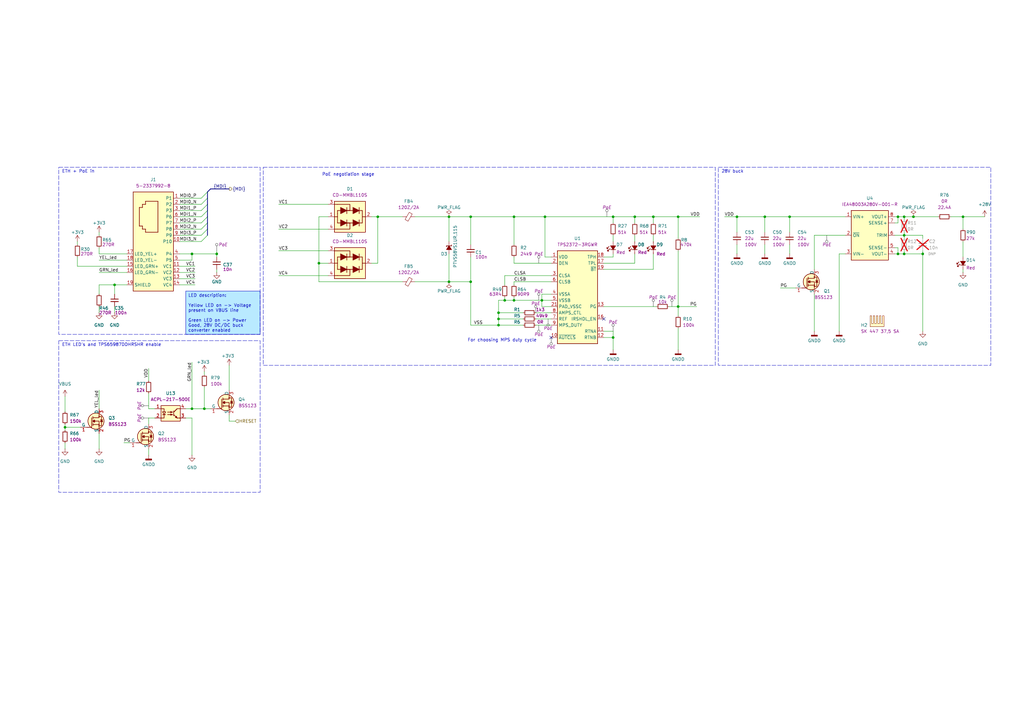
<source format=kicad_sch>
(kicad_sch (version 20250114) (generator "eeschema") (generator_version "9.0")
  (paper "A3")
  (title_block (title "Power over Ethernet  to USB-C Power Delivery adapter") (date "2025-12-30") (rev "1.1.0") (company "Antmicro Ltd.") (comment 1 "www.antmicro.com"))
  (bus_alias "MDI" (members "MDI0_P" "MDI0_N" "MDI1_P" "MDI1_N" "MDI2_P" "MDI2_N" "MDI3_N" "MDI3_P"))
  (rectangle (start 294.64 68.58) (end 406.4 149.86) (stroke (width 0) (type dash)))
  (rectangle (start 24.13 68.58) (end 106.68 137.16) (stroke (width 0) (type dash)))
  (rectangle (start 24.13 139.7) (end 106.68 201.93) (stroke (width 0) (type dash)))
  (rectangle (start 107.95 68.58) (end 293.37 149.86) (stroke (width 0) (type dash)))
  (text "ETH LED's and TPS65987DDHRSHR enable" (at 25.4 142.24 0) (effects (font (size 1.27 1.27)) (justify left bottom)))
  (text "ETH + PoE in" (at 25.4 71.12 0) (effects (font (size 1.27 1.27)) (justify left bottom)))
  (text "28V buck\n" (at 295.91 71.12 0) (effects (font (size 1.27 1.27)) (justify left bottom)))
  (text "For choosing MPS duty cycle" (at 191.77 140.335 0) (effects (font (size 1.27 1.27)) (justify left bottom)))
  (text "PoE negotiation stage" (at 132.08 72.39 0) (effects (font (size 1.27 1.27)) (justify left bottom)))
  (text_box "LED description:\n\nYellow LED on -> Voltage present on VBUS line\n\nGreen LED on -> Power Good, 28V DC/DC buck converter enabled" (at 76.2 119.38 0) (size 30.48 17.78) (margins 0.9525 0.9525 0.9525 0.9525) (fill (type color) (color 85 203 255 0.41)) (effects (font (size 1.27 1.27)) (justify left top)))
  (junction (at 260.35 88.9))
  (junction (at 368.3 104.14))
  (junction (at 193.04 88.9))
  (junction (at 394.97 88.9))
  (junction (at 278.13 88.9))
  (junction (at 154.94 88.9))
  (junction (at 323.85 88.9))
  (junction (at 204.47 130.81))
  (junction (at 222.25 123.19))
  (junction (at 184.15 115.57))
  (junction (at 251.46 88.9))
  (junction (at 88.9 104.14))
  (junction (at 46.99 116.84))
  (junction (at 130.81 107.95))
  (junction (at 78.74 104.14))
  (junction (at 210.82 123.19))
  (junction (at 368.3 88.9))
  (junction (at 204.47 128.27))
  (junction (at 370.84 88.9))
  (junction (at 302.26 88.9))
  (junction (at 278.13 125.73))
  (junction (at 370.84 104.14))
  (junction (at 251.46 138.43))
  (junction (at 184.15 88.9))
  (junction (at 204.47 133.35))
  (junction (at 26.67 175.26))
  (junction (at 313.69 88.9))
  (junction (at 374.65 88.9))
  (junction (at 193.04 115.57))
  (junction (at 370.84 96.52))
  (junction (at 267.97 88.9))
  (junction (at 223.52 88.9))
  (junction (at 210.82 88.9))
  (junction (at 378.46 104.14))
  (junction (at 78.74 167.64))
  (junction (at 83.82 167.64))
  (junction (at 207.01 123.19))
  (no_connect (at 247.65 130.81))
  (no_connect (at 226.06 138.43))
  (bus_entry (at 85.09 88.9) (size -2.54 2.54))
  (bus_entry (at 85.09 86.36) (size -2.54 2.54))
  (bus_entry (at 85.09 78.74) (size -2.54 2.54))
  (bus_entry (at 85.09 96.52) (size -2.54 2.54))
  (bus_entry (at 85.09 91.44) (size -2.54 2.54))
  (bus_entry (at 85.09 81.28) (size -2.54 2.54))
  (bus_entry (at 85.09 93.98) (size -2.54 2.54))
  (bus_entry (at 85.09 83.82) (size -2.54 2.54))
  (wire (pts (xy 251.46 88.9) (xy 260.35 88.9)))
  (bus (pts (xy 85.09 93.98) (xy 85.09 96.52)))
  (wire (pts (xy 60.96 173.99) (xy 60.96 171.45)))
  (wire (pts (xy 204.47 133.35) (xy 204.47 130.81)))
  (wire (pts (xy 50.8 181.61) (xy 53.34 181.61)))
  (wire (pts (xy 73.66 109.22) (xy 80.01 109.22)))
  (wire (pts (xy 323.85 88.9) (xy 323.85 95.25)))
  (wire (pts (xy 82.55 86.36) (xy 73.66 86.36)))
  (wire (pts (xy 82.55 81.28) (xy 73.66 81.28)))
  (wire (pts (xy 40.64 111.76) (xy 52.07 111.76)))
  (wire (pts (xy 370.84 96.52) (xy 378.46 96.52)))
  (wire (pts (xy 73.66 111.76) (xy 80.01 111.76)))
  (bus (pts (xy 85.09 91.44) (xy 85.09 93.98)))
  (wire (pts (xy 302.26 95.25) (xy 302.26 88.9)))
  (wire (pts (xy 207.01 113.03) (xy 226.06 113.03)))
  (wire (pts (xy 78.74 148.59) (xy 78.74 167.64)))
  (wire (pts (xy 130.81 115.57) (xy 130.81 107.95)))
  (wire (pts (xy 226.06 128.27) (xy 219.71 128.27)))
  (wire (pts (xy 207.01 123.19) (xy 210.82 123.19)))
  (wire (pts (xy 184.15 104.14) (xy 184.15 115.57)))
  (wire (pts (xy 313.69 88.9) (xy 313.69 95.25)))
  (wire (pts (xy 130.81 107.95) (xy 130.81 88.9)))
  (wire (pts (xy 40.64 125.73) (xy 40.64 128.27)))
  (wire (pts (xy 370.84 104.14) (xy 378.46 104.14)))
  (wire (pts (xy 60.96 171.45) (xy 63.5 171.45)))
  (wire (pts (xy 278.13 102.87) (xy 278.13 125.73)))
  (wire (pts (xy 78.74 106.68) (xy 78.74 104.14)))
  (wire (pts (xy 251.46 105.41) (xy 251.46 104.14)))
  (wire (pts (xy 46.99 125.73) (xy 46.99 128.27)))
  (wire (pts (xy 73.66 116.84) (xy 80.01 116.84)))
  (wire (pts (xy 367.03 88.9) (xy 368.3 88.9)))
  (wire (pts (xy 26.67 162.56) (xy 26.67 168.91)))
  (wire (pts (xy 378.46 104.14) (xy 378.46 102.87)))
  (wire (pts (xy 260.35 88.9) (xy 260.35 91.44)))
  (wire (pts (xy 226.06 133.35) (xy 219.71 133.35)))
  (wire (pts (xy 78.74 171.45) (xy 78.74 186.69)))
  (wire (pts (xy 78.74 167.64) (xy 83.82 167.64)))
  (wire (pts (xy 370.84 88.9) (xy 374.65 88.9)))
  (wire (pts (xy 394.97 99.06) (xy 394.97 105.41)))
  (wire (pts (xy 320.04 118.11) (xy 326.39 118.11)))
  (wire (pts (xy 154.94 88.9) (xy 165.1 88.9)))
  (wire (pts (xy 313.69 100.33) (xy 313.69 104.14)))
  (wire (pts (xy 260.35 96.52) (xy 260.35 99.06)))
  (wire (pts (xy 93.98 172.72) (xy 96.52 172.72)))
  (wire (pts (xy 40.64 101.6) (xy 40.64 104.14)))
  (wire (pts (xy 193.04 88.9) (xy 193.04 100.33)))
  (wire (pts (xy 83.82 167.64) (xy 86.36 167.64)))
  (wire (pts (xy 60.96 151.13) (xy 60.96 156.21)))
  (wire (pts (xy 210.82 107.95) (xy 210.82 105.41)))
  (wire (pts (xy 26.67 175.26) (xy 26.67 176.53)))
  (wire (pts (xy 170.18 115.57) (xy 184.15 115.57)))
  (wire (pts (xy 323.85 100.33) (xy 323.85 104.14)))
  (bus (pts (xy 85.09 78.74) (xy 86.36 77.47)))
  (wire (pts (xy 368.3 88.9) (xy 370.84 88.9)))
  (wire (pts (xy 297.18 88.9) (xy 302.26 88.9)))
  (wire (pts (xy 207.01 121.92) (xy 207.01 123.19)))
  (bus (pts (xy 85.09 86.36) (xy 85.09 88.9)))
  (wire (pts (xy 251.46 138.43) (xy 247.65 138.43)))
  (wire (pts (xy 40.64 116.84) (xy 46.99 116.84)))
  (wire (pts (xy 334.01 96.52) (xy 334.01 110.49)))
  (wire (pts (xy 83.82 158.75) (xy 83.82 167.64)))
  (bus (pts (xy 85.09 88.9) (xy 85.09 91.44)))
  (wire (pts (xy 251.46 99.06) (xy 251.46 96.52)))
  (wire (pts (xy 334.01 120.65) (xy 334.01 135.89)))
  (wire (pts (xy 368.3 91.44) (xy 368.3 88.9)))
  (wire (pts (xy 60.96 184.15) (xy 60.96 186.69)))
  (wire (pts (xy 210.82 88.9) (xy 210.82 100.33)))
  (wire (pts (xy 114.3 93.98) (xy 134.62 93.98)))
  (wire (pts (xy 260.35 104.14) (xy 260.35 107.95)))
  (wire (pts (xy 210.82 121.92) (xy 210.82 123.19)))
  (wire (pts (xy 210.82 115.57) (xy 226.06 115.57)))
  (wire (pts (xy 278.13 134.62) (xy 278.13 143.51)))
  (wire (pts (xy 210.82 107.95) (xy 226.06 107.95)))
  (wire (pts (xy 78.74 104.14) (xy 88.9 104.14)))
  (wire (pts (xy 82.55 99.06) (xy 73.66 99.06)))
  (wire (pts (xy 73.66 106.68) (xy 78.74 106.68)))
  (wire (pts (xy 31.75 99.06) (xy 31.75 100.33)))
  (wire (pts (xy 370.84 102.87) (xy 370.84 104.14)))
  (wire (pts (xy 368.3 104.14) (xy 370.84 104.14)))
  (wire (pts (xy 114.3 102.87) (xy 134.62 102.87)))
  (wire (pts (xy 278.13 125.73) (xy 278.13 129.54)))
  (wire (pts (xy 73.66 114.3) (xy 80.01 114.3)))
  (wire (pts (xy 60.96 167.64) (xy 63.5 167.64)))
  (wire (pts (xy 154.94 107.95) (xy 152.4 107.95)))
  (wire (pts (xy 152.4 88.9) (xy 154.94 88.9)))
  (wire (pts (xy 346.71 96.52) (xy 334.01 96.52)))
  (wire (pts (xy 170.18 88.9) (xy 184.15 88.9)))
  (wire (pts (xy 267.97 88.9) (xy 267.97 91.44)))
  (wire (pts (xy 323.85 88.9) (xy 346.71 88.9)))
  (wire (pts (xy 278.13 88.9) (xy 287.02 88.9)))
  (wire (pts (xy 154.94 88.9) (xy 154.94 107.95)))
  (wire (pts (xy 46.99 116.84) (xy 46.99 120.65)))
  (wire (pts (xy 251.46 135.89) (xy 251.46 138.43)))
  (wire (pts (xy 31.75 105.41) (xy 31.75 109.22)))
  (wire (pts (xy 247.65 105.41) (xy 251.46 105.41)))
  (wire (pts (xy 83.82 152.4) (xy 83.82 153.67)))
  (wire (pts (xy 40.64 104.14) (xy 52.07 104.14)))
  (wire (pts (xy 260.35 107.95) (xy 247.65 107.95)))
  (wire (pts (xy 204.47 130.81) (xy 214.63 130.81)))
  (wire (pts (xy 204.47 123.19) (xy 207.01 123.19)))
  (wire (pts (xy 114.3 113.03) (xy 134.62 113.03)))
  (wire (pts (xy 374.65 88.9) (xy 384.81 88.9)))
  (wire (pts (xy 134.62 107.95) (xy 130.81 107.95)))
  (wire (pts (xy 346.71 104.14) (xy 344.17 104.14)))
  (wire (pts (xy 40.64 177.8) (xy 40.64 184.15)))
  (wire (pts (xy 274.32 125.73) (xy 278.13 125.73)))
  (wire (pts (xy 184.15 88.9) (xy 184.15 99.06)))
  (wire (pts (xy 193.04 133.35) (xy 204.47 133.35)))
  (wire (pts (xy 46.99 116.84) (xy 52.07 116.84)))
  (wire (pts (xy 344.17 104.14) (xy 344.17 135.89)))
  (wire (pts (xy 367.03 91.44) (xy 368.3 91.44)))
  (wire (pts (xy 222.25 123.19) (xy 226.06 123.19)))
  (wire (pts (xy 302.26 100.33) (xy 302.26 104.14)))
  (wire (pts (xy 76.2 171.45) (xy 78.74 171.45)))
  (wire (pts (xy 267.97 110.49) (xy 247.65 110.49)))
  (wire (pts (xy 82.55 93.98) (xy 73.66 93.98)))
  (wire (pts (xy 214.63 133.35) (xy 204.47 133.35)))
  (wire (pts (xy 223.52 88.9) (xy 251.46 88.9)))
  (wire (pts (xy 226.06 105.41) (xy 223.52 105.41)))
  (wire (pts (xy 278.13 125.73) (xy 285.75 125.73)))
  (wire (pts (xy 267.97 104.14) (xy 267.97 110.49)))
  (wire (pts (xy 184.15 88.9) (xy 193.04 88.9)))
  (wire (pts (xy 207.01 113.03) (xy 207.01 116.84)))
  (wire (pts (xy 222.25 123.19) (xy 222.25 125.73)))
  (wire (pts (xy 82.55 91.44) (xy 73.66 91.44)))
  (wire (pts (xy 247.65 135.89) (xy 251.46 135.89)))
  (wire (pts (xy 226.06 120.65) (xy 222.25 120.65)))
  (wire (pts (xy 378.46 97.79) (xy 378.46 96.52)))
  (wire (pts (xy 78.74 167.64) (xy 76.2 167.64)))
  (wire (pts (xy 60.96 161.29) (xy 60.96 167.64)))
  (wire (pts (xy 367.03 101.6) (xy 368.3 101.6)))
  (wire (pts (xy 210.82 115.57) (xy 210.82 116.84)))
  (wire (pts (xy 40.64 95.25) (xy 40.64 96.52)))
  (wire (pts (xy 278.13 88.9) (xy 278.13 97.79)))
  (wire (pts (xy 367.03 96.52) (xy 370.84 96.52)))
  (wire (pts (xy 26.67 173.99) (xy 26.67 175.26)))
  (wire (pts (xy 367.03 104.14) (xy 368.3 104.14)))
  (wire (pts (xy 267.97 96.52) (xy 267.97 99.06)))
  (wire (pts (xy 82.55 83.82) (xy 73.66 83.82)))
  (wire (pts (xy 370.84 96.52) (xy 370.84 97.79)))
  (wire (pts (xy 247.65 125.73) (xy 269.24 125.73)))
  (wire (pts (xy 88.9 111.76) (xy 88.9 110.49)))
  (bus (pts (xy 85.09 81.28) (xy 85.09 83.82)))
  (wire (pts (xy 82.55 88.9) (xy 73.66 88.9)))
  (wire (pts (xy 130.81 115.57) (xy 165.1 115.57)))
  (wire (pts (xy 114.3 83.82) (xy 134.62 83.82)))
  (wire (pts (xy 260.35 88.9) (xy 267.97 88.9)))
  (wire (pts (xy 389.89 88.9) (xy 394.97 88.9)))
  (wire (pts (xy 370.84 95.25) (xy 370.84 96.52)))
  (wire (pts (xy 82.55 96.52) (xy 73.66 96.52)))
  (bus (pts (xy 86.36 77.47) (xy 93.98 77.47)))
  (wire (pts (xy 251.46 91.44) (xy 251.46 88.9)))
  (wire (pts (xy 130.81 88.9) (xy 134.62 88.9)))
  (wire (pts (xy 193.04 105.41) (xy 193.04 115.57)))
  (wire (pts (xy 219.71 130.81) (xy 226.06 130.81)))
  (wire (pts (xy 88.9 102.87) (xy 88.9 104.14)))
  (wire (pts (xy 214.63 128.27) (xy 204.47 128.27)))
  (wire (pts (xy 93.98 170.18) (xy 93.98 172.72)))
  (wire (pts (xy 313.69 88.9) (xy 323.85 88.9)))
  (wire (pts (xy 223.52 105.41) (xy 223.52 88.9)))
  (wire (pts (xy 394.97 88.9) (xy 403.86 88.9)))
  (wire (pts (xy 204.47 130.81) (xy 204.47 128.27)))
  (wire (pts (xy 40.64 120.65) (xy 40.64 116.84)))
  (wire (pts (xy 193.04 133.35) (xy 193.04 115.57)))
  (wire (pts (xy 31.75 109.22) (xy 52.07 109.22)))
  (wire (pts (xy 302.26 88.9) (xy 313.69 88.9)))
  (wire (pts (xy 40.64 160.02) (xy 40.64 167.64)))
  (wire (pts (xy 193.04 88.9) (xy 210.82 88.9)))
  (wire (pts (xy 93.98 149.86) (xy 93.98 160.02)))
  (wire (pts (xy 210.82 88.9) (xy 223.52 88.9)))
  (wire (pts (xy 222.25 120.65) (xy 222.25 123.19)))
  (wire (pts (xy 394.97 110.49) (xy 394.97 111.76)))
  (wire (pts (xy 222.25 123.19) (xy 210.82 123.19)))
  (wire (pts (xy 40.64 106.68) (xy 52.07 106.68)))
  (wire (pts (xy 370.84 88.9) (xy 370.84 90.17)))
  (wire (pts (xy 394.97 88.9) (xy 394.97 93.98)))
  (wire (pts (xy 26.67 181.61) (xy 26.67 184.15)))
  (wire (pts (xy 73.66 104.14) (xy 78.74 104.14)))
  (wire (pts (xy 267.97 88.9) (xy 278.13 88.9)))
  (bus (pts (xy 85.09 78.74) (xy 85.09 81.28)))
  (wire (pts (xy 26.67 175.26) (xy 33.02 175.26)))
  (wire (pts (xy 378.46 135.89) (xy 378.46 104.14)))
  (wire (pts (xy 193.04 115.57) (xy 184.15 115.57)))
  (wire (pts (xy 222.25 125.73) (xy 226.06 125.73)))
  (wire (pts (xy 251.46 138.43) (xy 251.46 143.51)))
  (wire (pts (xy 368.3 101.6) (xy 368.3 104.14)))
  (wire (pts (xy 88.9 105.41) (xy 88.9 104.14)))
  (bus (pts (xy 85.09 83.82) (xy 85.09 86.36)))
  (wire (pts (xy 204.47 128.27) (xy 204.47 123.19)))
  (label "VC1" (at 80.01 109.22 180))
  (label "PG" (at 285.75 125.73 180))
  (label "MDI1_N" (at 73.66 88.9 0))
  (label "VC3" (at 80.01 114.3 180))
  (label "VC4" (at 114.3 113.03 0))
  (label "VC1" (at 114.3 83.82 0))
  (label "MDI3_P" (at 73.66 96.52 0))
  (label "YEL_led" (at 40.64 106.68 0))
  (label "VC2" (at 114.3 93.98 0))
  (label "GRN_led" (at 78.74 148.59 270))
  (label "VC2" (at 80.01 111.76 180))
  (label "VC3" (at 114.3 102.87 0))
  (label "CLSA" (at 210.82 113.03 0))
  (label "VSS" (at 194.31 133.35 0))
  (label "YEL_led" (at 40.64 160.02 270))
  (label "VDD" (at 60.96 151.13 270))
  (label "VDD" (at 287.02 88.9 180))
  (label "{MDI}" (at 87.63 77.47 0))
  (label "MDI2_N" (at 73.66 93.98 0))
  (label "VC4" (at 80.01 116.84 180))
  (label "GRN_led" (at 40.64 111.76 0))
  (label "CLSB" (at 210.82 115.57 0))
  (label "MDI0_N" (at 73.66 83.82 0))
  (label "MDI3_N" (at 73.66 99.06 0))
  (label "PG" (at 320.04 118.11 0))
  (label "PG" (at 50.8 181.61 0))
  (label "MDI1_P" (at 73.66 86.36 0))
  (label "MDI0_P" (at 73.66 81.28 0))
  (label "MDI2_P" (at 73.66 91.44 0))
  (label "VDD" (at 297.18 88.9 0))
  (hierarchical_label "HRESET" (shape input) (at 96.52 172.72 0))
  (hierarchical_label "{MDI}" (shape output) (at 93.98 77.47 0))
  (netclass_flag "" (length 2.54) (shape round) (at 248.92 88.9 0) (property "Netclass" "PoE" (at 247.015 85.09 0) (effects (font (italic yes)) (justify left))))
  (netclass_flag "" (length 2.54) (shape round) (at 275.59 125.73 0) (property "Netclass" "PoE" (at 273.685 121.92 0) (effects (font (italic yes)) (justify left))))
  (netclass_flag "" (length 2.54) (shape round) (at 220.98 123.19 0) (property "Netclass" "PoE" (at 219.075 119.38 0) (effects (font (italic yes)) (justify left))))
  (netclass_flag "" (length 2.54) (shape round) (at 60.96 171.45 90) (property "Netclass" "PoE" (at 57.15 173.355 90) (effects (font (italic yes)) (justify left))))
  (netclass_flag "" (length 2.54) (shape round) (at 60.96 166.37 90) (property "Netclass" "PoE" (at 57.15 168.275 90) (effects (font (italic yes)) (justify left))))
  (netclass_flag "" (length 2.54) (shape round) (at 220.98 133.35 180) (property "Netclass" "PoE" (at 222.885 137.16 0) (effects (font (italic yes)) (justify right))))
  (netclass_flag "" (length 2.54) (shape round) (at 339.09 96.52 180) (property "Netclass" "PoE" (at 340.995 100.33 0) (effects (font (italic yes)) (justify right))))
  (netclass_flag "" (length 2.54) (shape round) (at 220.98 107.95 0) (property "Netclass" "PoE" (at 219.075 104.14 0) (effects (font (italic yes)) (justify left))))
  (netclass_flag "" (length 2.54) (shape round) (at 267.97 125.73 0) (property "Netclass" "PoE" (at 266.065 121.92 0) (effects (font (italic yes)) (justify left))))
  (netclass_flag "" (length 2.54) (shape round) (at 251.46 135.89 0) (property "Netclass" "PoE" (at 249.555 132.08 0) (effects (font (italic yes)) (justify left))))
  (netclass_flag "" (length 2.54) (shape round) (at 224.79 130.81 180) (property "Netclass" "PoE" (at 226.695 134.62 0) (effects (font (italic yes)) (justify right))))
  (netclass_flag "" (length 2.54) (shape round) (at 226.06 138.43 180) (property "Netclass" "PoE" (at 224.155 142.24 0) (effects (font (italic yes)) (justify left))))
  (netclass_flag "" (length 2.54) (shape round) (at 219.71 128.27 0) (property "Netclass" "PoE" (at 217.805 124.46 0) (effects (font (italic yes)) (justify left))))
  (netclass_flag "" (length 2.54) (shape round) (at 88.9 102.87 0) (property "Netclass" "PoE" (at 89.5985 100.33 0) (effects (font (italic yes)) (justify left))))
  (symbol (lib_id "antmicropower:+3V3") (at 93.98 149.86 0) (unit 1)
    (property "Reference" "#PWR0128" (effects (hide yes)))
    (property "Value" "+3V3" (at 90.805 146.685 0) (effects (justify left bottom)))
    (property "Author" "Antmicro" (effects (hide yes)))
    (property "License" "Apache-2.0" (effects (hide yes)))
  )
  (symbol (lib_id "antmicropower:GND") (at 46.99 128.27 0) (unit 1)
    (property "Reference" "#PWR083" (effects (hide yes)))
    (property "Value" "GND" (at 46.99 133.35 0))
    (property "Author" "Antmicro" (effects (hide yes)))
    (property "License" "Apache-2.0" (effects (hide yes)))
  )
  (symbol (lib_id "antmicroResistors0603:R_63R4_0603") (at 207.01 121.92 90) (unit 1)
    (property "Reference" "R49" (at 201.93 118.745 90) (effects (justify right)))
    (property "Value" "R_63R4_0603" (effects (hide yes)))
    (property "Footprint" "antmicro-footprints:R_0603_1608Metric" (effects (hide yes)))
    (property "Datasheet" "https://www.bourns.com/docs/product-datasheets/cr.pdf" (effects (hide yes)))
    (property "MPN" "CR0603-FX-63R4ELF" (effects (hide yes)))
    (property "Manufacturer" "Bourns" (effects (hide yes)))
    (property "License" "Apache-2.0" (effects (hide yes)))
    (property "Author" "Antmicro" (effects (hide yes)))
    (property "Val" "63R4" (at 200.66 120.65 90) (effects (justify right)))
    (property "Tolerance" "1%" (effects (hide yes)))
  )
  (symbol (lib_id "antmicropower:GNDD") (at 251.46 143.51 0) (unit 1)
    (property "Reference" "#PWR01" (effects (hide yes)))
    (property "Value" "GNDD" (at 251.46 147.32 0))
    (property "Author" "Antmicro" (effects (hide yes)))
    (property "License" "Apache-2.0" (effects (hide yes)))
  )
  (symbol (lib_id "antmicroTransistorsFETsMOSFETsSingle:BSS123") (at 326.39 118.11 0) (unit 1)
    (property "Reference" "Q1" (at 337.82 119.38 0) (effects (justify left)))
    (property "Value" "BSS123" (effects (hide yes)))
    (property "Footprint" "antmicro-footprints:SOT-23-3" (effects (hide yes)))
    (property "Datasheet" "https://www.onsemi.com/pub/Collateral/BSS123-D.PDF" (effects (hide yes)))
    (property "MPN" "BSS123" (at 334.01 121.92 0) (effects (justify left)))
    (property "Manufacturer" "ON Semiconductor" (effects (hide yes)))
    (property "Author" "Antmicro" (effects (hide yes)))
    (property "License" "Apache-2.0" (effects (hide yes)))
  )
  (symbol (lib_id "antmicroResistors0402:R_49k9_0402") (at 214.63 130.81 0) (unit 1)
    (property "Reference" "R5" (at 212.09 129.54 0))
    (property "Value" "R_49k9_0402" (effects (hide yes)))
    (property "Footprint" "antmicro-footprints:R_0402_1005Metric" (effects (hide yes)))
    (property "Datasheet" "https://www.bourns.com/docs/product-datasheets/cr.pdf" (effects (hide yes)))
    (property "Manufacturer" "Bourns" (effects (hide yes)))
    (property "MPN" "CR0402-FX-4992GLF" (effects (hide yes)))
    (property "Val" "49k9" (at 222.25 129.54 0))
    (property "License" "Apache-2.0" (effects (hide yes)))
    (property "Author" "Antmicro" (effects (hide yes)))
    (property "Tolerance" "1%" (effects (hide yes)))
  )
  (symbol (lib_id "antmicropower:+3V3") (at 83.82 152.4 0) (unit 1)
    (property "Reference" "#PWR0126" (effects (hide yes)))
    (property "Value" "+3V3" (at 80.645 149.225 0) (effects (justify left bottom)))
    (property "Author" "Antmicro" (effects (hide yes)))
    (property "License" "Apache-2.0" (effects (hide yes)))
  )
  (symbol (lib_id "antmicroLEDIndicationDiscrete:LED_R_0603_KP-1608EC") (at 394.97 110.49 90) (unit 1)
    (property "Reference" "D14" (at 396.24 106.68 90) (effects (justify right)))
    (property "Value" "LED_R_0603_KP-1608EC" (effects (hide yes)))
    (property "Footprint" "antmicro-footprints:LED_0603_1608Metric_R" (effects (hide yes)))
    (property "Datasheet" "http://www.kingbright.com/attachments/file/psearch/000/00/20131112/KP-1608EC(Ver.14A).pdf" (effects (hide yes)))
    (property "MPN" "KP-1608EC" (effects (hide yes)))
    (property "Manufacturer" "Kingbright" (effects (hide yes)))
    (property "Color" "Red" (at 396.24 109.855 90) (effects (justify right)))
    (property "Author" "Antmicro" (effects (hide yes)))
    (property "License" "Apache-2.0" (effects (hide yes)))
  )
  (symbol (lib_id "antmicroCapacitorsmisc:C_22u_100V_2220") (at 302.26 100.33 90) (unit 1)
    (property "Reference" "C53" (at 305.435 95.2436 90) (effects (justify right)))
    (property "Value" "C_22u_100V_2220" (effects (hide yes)))
    (property "Footprint" "antmicro-footprints:C_2220_5650Metric" (effects (hide yes)))
    (property "Datasheet" "https://product.tdk.com/en/search/capacitor/ceramic/mlcc/info?part_no=C5750X7S2A226M280KB" (effects (hide yes)))
    (property "MPN" "C5750X7S2A226M280KB" (effects (hide yes)))
    (property "Manufacturer" "TDK" (effects (hide yes)))
    (property "License" "Apache-2.0" (effects (hide yes)))
    (property "Author" "Antmicro" (effects (hide yes)))
    (property "Val" "22u" (at 305.435 97.7836 90) (effects (justify right)))
    (property "Voltage" "100V" (at 305.435 100.3236 90) (effects (justify right)))
    (property "Dielectric" "X7S" (effects (hide yes)))
    (property "Public" "False" (effects (hide yes)))
  )
  (symbol (lib_id "antmicropower:GNDD") (at 278.13 143.51 0) (unit 1)
    (property "Reference" "#PWR02" (effects (hide yes)))
    (property "Value" "GNDD" (at 278.13 147.32 0))
    (property "Author" "Antmicro" (effects (hide yes)))
    (property "License" "Apache-2.0" (effects (hide yes)))
  )
  (symbol (lib_id "antmicroResistors0603:R_1k3_0603") (at 214.63 128.27 0) (unit 1)
    (property "Reference" "R1" (at 212.09 127 0))
    (property "Value" "R_1k3_0603" (effects (hide yes)))
    (property "Footprint" "antmicro-footprints:R_0603_1608Metric" (effects (hide yes)))
    (property "Datasheet" "https://www.bourns.com/docs/product-datasheets/cr.pdf" (effects (hide yes)))
    (property "MPN" "CR0603-FX-1301ELF" (effects (hide yes)))
    (property "Manufacturer" "Bourns" (effects (hide yes)))
    (property "License" "Apache-2.0" (effects (hide yes)))
    (property "Author" "Antmicro" (effects (hide yes)))
    (property "Val" "1k3" (at 221.615 127 0))
    (property "Tolerance" "1%" (effects (hide yes)))
  )
  (symbol (lib_id "antmicropower:PWR_FLAG") (at 184.15 88.9 0) (unit 1)
    (property "Reference" "#FLG012" (effects (hide yes)))
    (property "Value" "PWR_FLAG" (at 184.15 85.09 0))
  )
  (symbol (lib_id "antmicroCapacitors0402:C_10n_50V_X7R_0402") (at 378.46 102.87 90) (unit 1) (in_bom no) (dnp yes)
    (property "Reference" "C2" (at 381 99.0536 90) (effects (justify right)))
    (property "Value" "C_10n_50V_X7R_0402" (effects (hide yes)))
    (property "Footprint" "antmicro-footprints:C_0402_1005Metric" (effects (hide yes)))
    (property "Datasheet" "https://www.kemet.com/en/us/capacitors/product/C0402C103J5RAC.html" (effects (hide yes)))
    (property "MPN" "C0402C103J5RAC" (effects (hide yes)))
    (property "Val" "10n" (at 381 101.5936 90) (effects (justify right)))
    (property "Voltage" "50V" (effects (hide yes)))
    (property "Dielectric" "X7R" (effects (hide yes)))
    (property "Manufacturer" "KEMET" (effects (hide yes)))
    (property "License" "Apache-2.0" (effects (hide yes)))
    (property "Author" "Antmicro" (effects (hide yes)))
    (property "DNP" "DNP" (at 382.27 104.14 90) (effects (font (size 1 1))))
  )
  (symbol (lib_id "antmicropower:GNDD") (at 313.69 104.14 0) (unit 1)
    (property "Reference" "#PWR0104" (effects (hide yes)))
    (property "Value" "GNDD" (at 313.69 107.95 0))
    (property "Author" "Antmicro" (effects (hide yes)))
    (property "License" "Apache-2.0" (effects (hide yes)))
  )
  (symbol (lib_id "antmicroResistors0402:R_270R_0402") (at 40.64 101.6 90) (unit 1)
    (property "Reference" "R65" (at 41.91 98.425 90) (effects (justify right)))
    (property "Value" "R_270R_0402" (effects (hide yes)))
    (property "Footprint" "antmicro-footprints:R_0402_1005Metric" (effects (hide yes)))
    (property "Datasheet" "https://www.bourns.com/docs/product-datasheets/cr.pdf" (effects (hide yes)))
    (property "MPN" "CR0402-FX-2700GLF" (effects (hide yes)))
    (property "Manufacturer" "Bourns" (effects (hide yes)))
    (property "License" "Apache-2.0" (effects (hide yes)))
    (property "Author" "Antmicro" (effects (hide yes)))
    (property "Val" "270R" (at 41.91 100.33 90) (effects (justify right)))
    (property "Tolerance" "1%" (effects (hide yes)))
  )
  (symbol (lib_id "antmicroResistors0603:R_51k_0603") (at 260.35 96.52 90) (unit 1)
    (property "Reference" "R68" (at 262.255 92.71 90) (effects (justify right)))
    (property "Value" "R_51k_0603" (effects (hide yes)))
    (property "Footprint" "antmicro-footprints:R_0603_1608Metric" (effects (hide yes)))
    (property "Datasheet" "https://www.bourns.com/docs/product-datasheets/cr.pdf" (effects (hide yes)))
    (property "MPN" "CR0603-FX-5102ELF" (effects (hide yes)))
    (property "Manufacturer" "Bourns" (effects (hide yes)))
    (property "License" "Apache-2.0" (effects (hide yes)))
    (property "Author" "Antmicro" (effects (hide yes)))
    (property "Val" "51k" (at 262.255 95.25 90) (effects (justify right)))
    (property "Tolerance" "1%" (effects (hide yes)))
  )
  (symbol (lib_id "antmicropower:VBUS") (at 26.67 162.56 0) (unit 1)
    (property "Reference" "#PWR0112" (effects (hide yes)))
    (property "Value" "VBUS" (at 26.67 157.48 0))
  )
  (symbol (lib_id "antmicroModularConnectorsJacksWithMagnetics:Bus_RJ45_5-2337992-8") (at 73.66 81.28 0) (mirror y) (unit 1)
    (property "Reference" "J1" (at 62.865 73.66 0))
    (property "Value" "Bus_RJ45_5-2337992-8" (effects (hide yes)))
    (property "Footprint" "antmicro-footprints:RJ45_X-2337992-8_Horizontal" (effects (hide yes)))
    (property "Datasheet" "https://www.te.com/commerce/DocumentDelivery/DDEController?Action=showdoc&DocId=Customer+Drawing%7F5-2337992-8%7FA%7Fpdf%7FEnglish%7FENG_CD_5-2337992-8_A.pdf%7F5-2337992-8" (effects (hide yes)))
    (property "MPN" "5-2337992-8" (at 62.865 76.2 0))
    (property "Manufacturer" "TE Connectivity" (effects (hide yes)))
    (property "Author" "Antmicro" (effects (hide yes)))
    (property "License" "Apache-2.0" (effects (hide yes)))
  )
  (symbol (lib_id "antmicroLEDIndicationDiscrete:LED_R_0603_KP-1608EC") (at 260.35 104.14 90) (unit 1)
    (property "Reference" "D8" (at 261.62 100.33 90) (effects (justify right)))
    (property "Value" "LED_R_0603_KP-1608EC" (effects (hide yes)))
    (property "Footprint" "antmicro-footprints:LED_0603_1608Metric_R" (effects (hide yes)))
    (property "Datasheet" "http://www.kingbright.com/attachments/file/psearch/000/00/20131112/KP-1608EC(Ver.14A).pdf" (effects (hide yes)))
    (property "MPN" "KP-1608EC" (effects (hide yes)))
    (property "Manufacturer" "Kingbright" (effects (hide yes)))
    (property "Color" "Red" (at 261.62 103.505 90) (effects (justify right)))
    (property "Author" "Antmicro" (effects (hide yes)))
    (property "License" "Apache-2.0" (effects (hide yes)))
  )
  (symbol (lib_id "antmicroDCDCConverters:IEA48003A280V-001-R") (at 346.71 88.9 0) (unit 1)
    (property "Reference" "U4" (at 356.743 81.28 0))
    (property "Value" "IEA48003A280V-001-R" (effects (hide yes)))
    (property "Footprint" "antmicro-footprints:IEA48003A280V-001-R" (effects (hide yes)))
    (property "Datasheet" "https://product.tdk.com/system/files/dam/doc/product/power/switching-power/dc-dc-converter/catalog/iea_e.pdf" (effects (hide yes)))
    (property "MPN" "IEA48003A280V-001-R" (at 356.743 83.82 0))
    (property "Manufacturer" "TDK" (effects (hide yes)))
    (property "Author" "Antmicro" (effects (hide yes)))
    (property "License" "Apache-2.0" (effects (hide yes)))
  )
  (symbol (lib_id "antmicroResistors0402:R_27k_0402") (at 394.97 99.06 90) (unit 1)
    (property "Reference" "R90" (at 396.24 95.25 90) (effects (justify right)))
    (property "Value" "R_27k_0402" (effects (hide yes)))
    (property "Footprint" "antmicro-footprints:R_0402_1005Metric" (effects (hide yes)))
    (property "Datasheet" "https://www.bourns.com/docs/product-datasheets/cr.pdf" (effects (hide yes)))
    (property "MPN" "CR0402-FX-2702GLF" (effects (hide yes)))
    (property "Manufacturer" "Bourns" (effects (hide yes)))
    (property "License" "Apache-2.0" (effects (hide yes)))
    (property "Author" "Antmicro" (effects (hide yes)))
    (property "Val" "27k" (at 396.24 97.79 90) (effects (justify right)))
    (property "Tolerance" "1%" (effects (hide yes)))
  )
  (symbol (lib_id "antmicropower:GNDD") (at 60.96 186.69 0) (unit 1)
    (property "Reference" "#PWR0125" (effects (hide yes)))
    (property "Value" "GNDD" (at 60.96 190.5 0))
    (property "Author" "Antmicro" (effects (hide yes)))
    (property "License" "Apache-2.0" (effects (hide yes)))
  )
  (symbol (lib_id "antmicropower:GND") (at 40.64 128.27 0) (unit 1)
    (property "Reference" "#PWR082" (effects (hide yes)))
    (property "Value" "GND" (at 40.64 133.35 0))
    (property "Author" "Antmicro" (effects (hide yes)))
    (property "License" "Apache-2.0" (effects (hide yes)))
  )
  (symbol (lib_id "antmicroLEDIndicationDiscrete:LED_R_0603_KP-1608EC") (at 251.46 104.14 90) (unit 1)
    (property "Reference" "D7" (at 252.73 100.33 90) (effects (justify right)))
    (property "Value" "LED_R_0603_KP-1608EC" (effects (hide yes)))
    (property "Footprint" "antmicro-footprints:LED_0603_1608Metric_R" (effects (hide yes)))
    (property "Datasheet" "http://www.kingbright.com/attachments/file/psearch/000/00/20131112/KP-1608EC(Ver.14A).pdf" (effects (hide yes)))
    (property "MPN" "KP-1608EC" (effects (hide yes)))
    (property "Manufacturer" "Kingbright" (effects (hide yes)))
    (property "Color" "Red" (at 252.73 103.505 90) (effects (justify right)))
    (property "Author" "Antmicro" (effects (hide yes)))
    (property "License" "Apache-2.0" (effects (hide yes)))
  )
  (symbol (lib_id "antmicroResistors0402:R_470k_0402") (at 278.13 102.87 90) (unit 1)
    (property "Reference" "R8" (at 281.94 98.425 90) (effects (justify left)))
    (property "Value" "R_470k_0402" (effects (hide yes)))
    (property "Footprint" "antmicro-footprints:R_0402_1005Metric" (effects (hide yes)))
    (property "Datasheet" "https://www.bourns.com/docs/product-datasheets/cr.pdf" (effects (hide yes)))
    (property "Manufacturer" "Bourns" (effects (hide yes)))
    (property "MPN" "CR0402-FX-4703GLF" (effects (hide yes)))
    (property "Val" "470k" (at 283.845 100.33 90) (effects (justify left)))
    (property "License" "Apache-2.0" (effects (hide yes)))
    (property "Author" "Antmicro" (effects (hide yes)))
    (property "Tolerance" "1%" (effects (hide yes)))
  )
  (symbol (lib_id "antmicropower:GND") (at 88.9 111.76 0) (unit 1)
    (property "Reference" "#PWR086" (effects (hide yes)))
    (property "Value" "GND" (at 88.9 115.57 0))
    (property "Author" "Antmicro" (effects (hide yes)))
    (property "License" "Apache-2.0" (effects (hide yes)))
  )
  (symbol (lib_id "antmicroCapacitorsmisc:C_100n_100V_0805") (at 193.04 105.41 90) (unit 1)
    (property "Reference" "C1" (at 194.945 103.505 90) (effects (justify right)))
    (property "Value" "C_100n_100V_0805" (effects (hide yes)))
    (property "Footprint" "antmicro-footprints:C_0805_2012Metric" (effects (hide yes)))
    (property "Datasheet" "https://product.samsungsem.com/mlcc/CL21B104KCFNNN.do" (effects (hide yes)))
    (property "MPN" "CL21B104KCFNNNE" (effects (hide yes)))
    (property "Manufacturer" "Samsung Electro-Mechanics" (effects (hide yes)))
    (property "License" "Apache-2.0" (effects (hide yes)))
    (property "Author" "Antmicro" (effects (hide yes)))
    (property "Val" "100n" (at 194.945 105.41 90) (effects (justify right)))
    (property "Voltage" "100V" (effects (hide yes)))
    (property "Dielectric" "X7R" (effects (hide yes)))
    (property "Public" "False" (effects (hide yes)))
  )
  (symbol (lib_id "antmicroResistors0402:R_150k_0402") (at 26.67 173.99 90) (unit 1)
    (property "Reference" "R67" (at 28.575 170.18 90) (effects (justify right)))
    (property "Value" "R_150k_0402" (effects (hide yes)))
    (property "Footprint" "antmicro-footprints:R_0402_1005Metric" (effects (hide yes)))
    (property "Datasheet" "https://www.bourns.com/docs/product-datasheets/cr.pdf" (effects (hide yes)))
    (property "MPN" "CR0402-FX-1503GLF" (effects (hide yes)))
    (property "Manufacturer" "Bourns" (effects (hide yes)))
    (property "License" "Apache-2.0" (effects (hide yes)))
    (property "Author" "Antmicro" (effects (hide yes)))
    (property "Val" "150k" (at 28.575 172.72 90) (effects (justify right)))
    (property "Tolerance" "1%" (effects (hide yes)))
  )
  (symbol (lib_id "antmicropower:GNDD") (at 334.01 135.89 0) (unit 1)
    (property "Reference" "#PWR03" (effects (hide yes)))
    (property "Value" "GNDD" (at 334.01 139.7 0))
    (property "Author" "Antmicro" (effects (hide yes)))
    (property "License" "Apache-2.0" (effects (hide yes)))
  )
  (symbol (lib_id "antmicropower:GND") (at 26.67 184.15 0) (unit 1)
    (property "Reference" "#PWR0111" (effects (hide yes)))
    (property "Value" "GND" (at 26.67 189.23 0))
    (property "Author" "Antmicro" (effects (hide yes)))
    (property "License" "Apache-2.0" (effects (hide yes)))
  )
  (symbol (lib_id "antmicroResistorsmisc:R_12k_2010") (at 60.96 156.21 270) (unit 1)
    (property "Reference" "R77" (at 55.88 157.48 90) (effects (justify left)))
    (property "Value" "R_12k_2010" (effects (hide yes)))
    (property "Footprint" "antmicro-footprints:R_2010_5025Metric" (effects (hide yes)))
    (property "Datasheet" "https://www.bourns.com/docs/product-datasheets/cr.pdf" (effects (hide yes)))
    (property "MPN" "CR2010-FX-1202ELF" (effects (hide yes)))
    (property "Manufacturer" "Bourns" (effects (hide yes)))
    (property "License" "Apache-2.0" (effects (hide yes)))
    (property "Author" "Antmicro" (effects (hide yes)))
    (property "Val" "12k" (at 55.88 160.02 90) (effects (justify left)))
    (property "Tolerance" "1%" (effects (hide yes)))
  )
  (symbol (lib_id "antmicroMechanicalParts:Heatsink_Fischer_SK_447_37_5_SA") (at 356.87 129.54 0) (unit 1)
    (property "Reference" "H2" (at 353.06 133.35 0) (effects (justify left)))
    (property "Value" "Heatsink_Fischer_SK_447_37_5_SA" (effects (hide yes)))
    (property "Footprint" "antmicro-footprints:Heatsink_Fischer_SK_447_37_5_SA" (effects (hide yes)))
    (property "Datasheet" "https://www.tme.eu/Document/bb3b72aecba6b3d11bf241f43b097be5/SK44737,5SA.pdf" (effects (hide yes)))
    (property "MPN" "SK 447 37,5 SA" (at 353.06 135.89 0) (effects (justify left)))
    (property "Manufacturer" "Fischer Elektronik" (effects (hide yes)))
    (property "Author" "Antmicro" (effects (hide yes)))
    (property "License" "Apache-2.0" (effects (hide yes)))
  )
  (symbol (lib_id "antmicroCapacitors0402:C_10n_50V_X7R_0402") (at 88.9 110.49 90) (unit 1)
    (property "Reference" "C37" (at 91.44 108.585 90) (effects (justify right)))
    (property "Value" "C_10n_50V_X7R_0402" (effects (hide yes)))
    (property "Footprint" "antmicro-footprints:C_0402_1005Metric" (effects (hide yes)))
    (property "Datasheet" "https://www.kemet.com/en/us/capacitors/product/C0402C103J5RAC.html" (effects (hide yes)))
    (property "MPN" "C0402C103J5RAC" (effects (hide yes)))
    (property "Val" "10n" (at 91.44 110.49 90) (effects (justify right)))
    (property "Voltage" "50V" (effects (hide yes)))
    (property "Dielectric" "X7R" (effects (hide yes)))
    (property "Manufacturer" "KEMET" (effects (hide yes)))
    (property "License" "Apache-2.0" (effects (hide yes)))
    (property "Author" "Antmicro" (effects (hide yes)))
  )
  (symbol (lib_id "antmicropower:+3V3") (at 40.64 95.25 0) (unit 1)
    (property "Reference" "#PWR0107" (effects (hide yes)))
    (property "Value" "+3V3" (at 40.64 91.44 0))
    (property "Author" "Antmicro" (effects (hide yes)))
    (property "License" "Apache-2.0" (effects (hide yes)))
  )
  (symbol (lib_id "antmicroResistors0402:R_270R_0402") (at 40.64 125.73 90) (unit 1)
    (property "Reference" "R46" (at 40.64 126.365 90) (effects (justify right)))
    (property "Value" "R_270R_0402" (effects (hide yes)))
    (property "Footprint" "antmicro-footprints:R_0402_1005Metric" (effects (hide yes)))
    (property "Datasheet" "https://www.bourns.com/docs/product-datasheets/cr.pdf" (effects (hide yes)))
    (property "MPN" "CR0402-FX-2700GLF" (effects (hide yes)))
    (property "Manufacturer" "Bourns" (effects (hide yes)))
    (property "License" "Apache-2.0" (effects (hide yes)))
    (property "Author" "Antmicro" (effects (hide yes)))
    (property "Val" "270R" (at 40.64 128.27 90) (effects (justify right)))
    (property "Tolerance" "1%" (effects (hide yes)))
  )
  (symbol (lib_id "antmicroResistors0402:R_10k_0402") (at 274.32 125.73 180) (unit 1)
    (property "Reference" "R4" (at 271.78 121.92 0))
    (property "Value" "R_10k_0402" (effects (hide yes)))
    (property "Footprint" "antmicro-footprints:R_0402_1005Metric" (effects (hide yes)))
    (property "Datasheet" "https://www.bourns.com/docs/product-datasheets/cr.pdf" (effects (hide yes)))
    (property "Manufacturer" "Bourns" (effects (hide yes)))
    (property "MPN" "CR0402-FX-1002GLF" (effects (hide yes)))
    (property "Val" "10k" (at 271.78 123.825 0))
    (property "License" "Apache-2.0" (effects (hide yes)))
    (property "Author" "Antmicro" (effects (hide yes)))
    (property "Tolerance" "1%" (effects (hide yes)))
  )
  (symbol (lib_id "antmicroResistors0402:R_100k_0402") (at 26.67 181.61 90) (unit 1)
    (property "Reference" "R66" (at 28.575 177.8 90) (effects (justify right)))
    (property "Value" "R_100k_0402" (effects (hide yes)))
    (property "Footprint" "antmicro-footprints:R_0402_1005Metric" (effects (hide yes)))
    (property "Datasheet" "https://www.bourns.com/docs/product-datasheets/cr.pdf" (effects (hide yes)))
    (property "MPN" "CR0402-FX-1003GLF" (effects (hide yes)))
    (property "Manufacturer" "Bourns" (effects (hide yes)))
    (property "License" "Apache-2.0" (effects (hide yes)))
    (property "Author" "Antmicro" (effects (hide yes)))
    (property "Val" "100k" (at 28.575 180.34 90) (effects (justify right)))
    (property "Tolerance" "1%" (effects (hide yes)))
  )
  (symbol (lib_id "antmicroTVSDiodes:PTVS58VS1UR,115") (at 184.15 99.06 270) (unit 1)
    (property "Reference" "D3" (at 183.515 104.14 90) (effects (justify right)))
    (property "Value" "PTVS58VS1UR,115" (at 186.69 109.855 0) (effects (justify right)))
    (property "Footprint" "antmicro-footprints:D_SOD-123F" (effects (hide yes)))
    (property "Datasheet" "https://assets.nexperia.com/documents/data-sheet/PTVSXS1UR_SER.pdf" (effects (hide yes)))
    (property "MPN" "PTVS58VS1UR,115" (effects (hide yes)))
    (property "Manufacturer" "Nexperia" (effects (hide yes)))
    (property "Author" "Antmicro" (effects (hide yes)))
    (property "License" "Apache-2.0" (effects (hide yes)))
  )
  (symbol (lib_id "antmicropower:PWR_FLAG") (at 374.65 88.9 0) (unit 1)
    (property "Reference" "#FLG07" (effects (hide yes)))
    (property "Value" "PWR_FLAG" (at 374.65 85.09 0))
  )
  (symbol (lib_id "antmicroFerriteBeadsandChips:FB_120Z_2A_Murata-BLM18E_0603") (at 165.1 88.9 0) (unit 1)
    (property "Reference" "FB4" (at 167.6019 82.55 0))
    (property "Value" "FB_120Z_2A_Murata-BLM18E_0603" (effects (hide yes)))
    (property "Footprint" "antmicro-footprints:FB_0603_1608Metric" (effects (hide yes)))
    (property "Datasheet" "https://www.murata.com/products/productdata/8796742483998/QNFA9107.pdf?1529465405000" (effects (hide yes)))
    (property "Val" "120Z/2A" (at 167.6019 85.09 0))
    (property "MPN" "BLM18EG121SH1D" (effects (hide yes)))
    (property "Manufacturer" "Murata" (effects (hide yes)))
    (property "Author" "Antmicro" (effects (hide yes)))
    (property "License" "Apache-2.0" (effects (hide yes)))
  )
  (symbol (lib_id "antmicropower:GND") (at 394.97 111.76 0) (unit 1)
    (property "Reference" "#PWR0102" (effects (hide yes)))
    (property "Value" "GND" (at 394.97 116.84 0))
    (property "Author" "Antmicro" (effects (hide yes)))
    (property "License" "Apache-2.0" (effects (hide yes)))
  )
  (symbol (lib_id "antmicroResistors0402:R_100k_0402") (at 83.82 158.75 90) (unit 1)
    (property "Reference" "R79" (at 86.36 154.94 90) (effects (justify right)))
    (property "Value" "R_100k_0402" (effects (hide yes)))
    (property "Footprint" "antmicro-footprints:R_0402_1005Metric" (effects (hide yes)))
    (property "Datasheet" "https://www.bourns.com/docs/product-datasheets/cr.pdf" (effects (hide yes)))
    (property "MPN" "CR0402-FX-1003GLF" (effects (hide yes)))
    (property "Manufacturer" "Bourns" (effects (hide yes)))
    (property "License" "Apache-2.0" (effects (hide yes)))
    (property "Author" "Antmicro" (effects (hide yes)))
    (property "Val" "100k" (at 86.36 157.48 90) (effects (justify right)))
    (property "Tolerance" "1%" (effects (hide yes)))
  )
  (symbol (lib_id "antmicroLEDIndicationDiscrete:LED_R_0603_KP-1608EC") (at 267.97 104.14 90) (unit 1)
    (property "Reference" "D9" (at 269.24 100.33 90) (effects (justify right)))
    (property "Value" "LED_R_0603_KP-1608EC" (effects (hide yes)))
    (property "Footprint" "antmicro-footprints:LED_0603_1608Metric_R" (effects (hide yes)))
    (property "Datasheet" "http://www.kingbright.com/attachments/file/psearch/000/00/20131112/KP-1608EC(Ver.14A).pdf" (effects (hide yes)))
    (property "MPN" "KP-1608EC" (effects (hide yes)))
    (property "Manufacturer" "Kingbright" (effects (hide yes)))
    (property "Color" "Red" (at 269.24 104.14 90) (effects (justify right)))
    (property "Author" "Antmicro" (effects (hide yes)))
    (property "License" "Apache-2.0" (effects (hide yes)))
  )
  (symbol (lib_id "antmicropower:GNDD") (at 323.85 104.14 0) (unit 1)
    (property "Reference" "#PWR0105" (effects (hide yes)))
    (property "Value" "GNDD" (at 323.85 107.95 0))
    (property "Author" "Antmicro" (effects (hide yes)))
    (property "License" "Apache-2.0" (effects (hide yes)))
  )
  (symbol (lib_id "antmicropower:PWR_FLAG") (at 184.15 115.57 180) (unit 1)
    (property "Reference" "#FLG08" (effects (hide yes)))
    (property "Value" "PWR_FLAG" (at 184.15 119.38 0))
  )
  (symbol (lib_id "antmicroResistors0603:R_51k_0603") (at 251.46 96.52 90) (unit 1)
    (property "Reference" "R27" (at 253.365 92.71 90) (effects (justify right)))
    (property "Value" "R_51k_0603" (effects (hide yes)))
    (property "Footprint" "antmicro-footprints:R_0603_1608Metric" (effects (hide yes)))
    (property "Datasheet" "https://www.bourns.com/docs/product-datasheets/cr.pdf" (effects (hide yes)))
    (property "MPN" "CR0603-FX-5102ELF" (effects (hide yes)))
    (property "Manufacturer" "Bourns" (effects (hide yes)))
    (property "License" "Apache-2.0" (effects (hide yes)))
    (property "Author" "Antmicro" (effects (hide yes)))
    (property "Val" "51k" (at 253.365 95.25 90) (effects (justify right)))
    (property "Tolerance" "1%" (effects (hide yes)))
  )
  (symbol (lib_id "antmicroResistors0402:R_0R_0402") (at 370.84 102.87 90) (unit 1) (in_bom no) (dnp yes)
    (property "Reference" "R12" (at 372.11 99.06 90) (effects (justify right)))
    (property "Value" "R_0R_0402" (effects (hide yes)))
    (property "Footprint" "antmicro-footprints:R_0402_1005Metric" (effects (hide yes)))
    (property "Datasheet" "https://industrial.panasonic.com/cdbs/www-data/pdf/RDA0000/AOA0000C301.pdf" (effects (hide yes)))
    (property "MPN" "ERJ2GE0R00X" (effects (hide yes)))
    (property "Manufacturer" "Panasonic" (effects (hide yes)))
    (property "License" "Apache-2.0" (effects (hide yes)))
    (property "Author" "Antmicro" (effects (hide yes)))
    (property "Val" "0R" (at 372.11 101.6 90) (effects (justify right)))
    (property "Current" "1A" (effects (hide yes)))
  )
  (symbol (lib_id "antmicroResistors0603:R_90R9_0603") (at 210.82 121.92 90) (unit 1)
    (property "Reference" "R64" (at 212.09 118.745 90) (effects (justify right)))
    (property "Value" "R_90R9_0603" (effects (hide yes)))
    (property "Footprint" "antmicro-footprints:R_0603_1608Metric" (effects (hide yes)))
    (property "Datasheet" "https://www.bourns.com/docs/product-datasheets/cr.pdf" (effects (hide yes)))
    (property "MPN" "CR0603-FX-90R9ELF" (effects (hide yes)))
    (property "Manufacturer" "Bourns" (effects (hide yes)))
    (property "License" "Apache-2.0" (effects (hide yes)))
    (property "Author" "Antmicro" (effects (hide yes)))
    (property "Val" "90R9" (at 212.09 120.65 90) (effects (justify right)))
    (property "Tolerance" "1%" (effects (hide yes)))
  )
  (symbol (lib_id "antmicroCapacitorsmisc:C_22u_100V_2220") (at 313.69 100.33 90) (unit 1)
    (property "Reference" "C50" (at 316.865 95.2436 90) (effects (justify right)))
    (property "Value" "C_22u_100V_2220" (effects (hide yes)))
    (property "Footprint" "antmicro-footprints:C_2220_5650Metric" (effects (hide yes)))
    (property "Datasheet" "https://product.tdk.com/en/search/capacitor/ceramic/mlcc/info?part_no=C5750X7S2A226M280KB" (effects (hide yes)))
    (property "MPN" "C5750X7S2A226M280KB" (effects (hide yes)))
    (property "Manufacturer" "TDK" (effects (hide yes)))
    (property "License" "Apache-2.0" (effects (hide yes)))
    (property "Author" "Antmicro" (effects (hide yes)))
    (property "Val" "22u" (at 316.865 97.7836 90) (effects (justify right)))
    (property "Voltage" "100V" (at 316.865 100.3236 90) (effects (justify right)))
    (property "Dielectric" "X7S" (effects (hide yes)))
    (property "Public" "False" (effects (hide yes)))
  )
  (symbol (lib_id "antmicroTransistorsFETsMOSFETsSingle:BSS123") (at 86.36 167.64 0) (unit 1)
    (property "Reference" "Q4" (at 97.79 163.83 0) (effects (justify left)))
    (property "Value" "BSS123" (effects (hide yes)))
    (property "Footprint" "antmicro-footprints:SOT-23-3" (effects (hide yes)))
    (property "Datasheet" "https://www.onsemi.com/pub/Collateral/BSS123-D.PDF" (effects (hide yes)))
    (property "MPN" "BSS123" (at 97.79 166.37 0) (effects (justify left)))
    (property "Manufacturer" "ON Semiconductor" (effects (hide yes)))
    (property "Author" "Antmicro" (effects (hide yes)))
    (property "License" "Apache-2.0" (effects (hide yes)))
  )
  (symbol (lib_id "antmicroDiodesRectifiersSingle:CD-MMBL110S") (at 134.62 102.87 0) (unit 1)
    (property "Reference" "D2" (at 143.51 96.52 0))
    (property "Value" "CD-MMBL110S" (effects (hide yes)))
    (property "Footprint" "antmicro-footprints:DFN3538" (effects (hide yes)))
    (property "Datasheet" "https://www.bourns.com/docs/product-datasheets/CD-MMBL110S.pdf" (effects (hide yes)))
    (property "MPN" "CD-MMBL110S" (at 143.51 99.06 0))
    (property "Manufacturer" "Bourns" (effects (hide yes)))
    (property "Author" "Antmicro" (effects (hide yes)))
    (property "License" "Apache-2.0" (effects (hide yes)))
  )
  (symbol (lib_id "antmicroFerriteBeadsandChips:FB_120Z_2A_Murata-BLM18E_0603") (at 165.1 115.57 0) (unit 1)
    (property "Reference" "FB5" (at 167.6019 109.22 0))
    (property "Value" "FB_120Z_2A_Murata-BLM18E_0603" (effects (hide yes)))
    (property "Footprint" "antmicro-footprints:FB_0603_1608Metric" (effects (hide yes)))
    (property "Datasheet" "https://www.murata.com/products/productdata/8796742483998/QNFA9107.pdf?1529465405000" (effects (hide yes)))
    (property "Val" "120Z/2A" (at 167.6019 111.76 0))
    (property "MPN" "BLM18EG121SH1D" (effects (hide yes)))
    (property "Manufacturer" "Murata" (effects (hide yes)))
    (property "Author" "Antmicro" (effects (hide yes)))
    (property "License" "Apache-2.0" (effects (hide yes)))
  )
  (symbol (lib_id "antmicropower:+28V") (at 403.86 88.9 0) (unit 1)
    (property "Reference" "#PWR046" (effects (hide yes)))
    (property "Value" "+28V" (at 403.86 83.82 0))
  )
  (symbol (lib_id "antmicropower:GNDD") (at 344.17 135.89 0) (unit 1)
    (property "Reference" "#PWR04" (effects (hide yes)))
    (property "Value" "GNDD" (at 344.17 139.7 0))
    (property "Author" "Antmicro" (effects (hide yes)))
    (property "License" "Apache-2.0" (effects (hide yes)))
  )
  (symbol (lib_id "antmicropower:GND") (at 40.64 184.15 0) (unit 1)
    (property "Reference" "#PWR0109" (effects (hide yes)))
    (property "Value" "GND" (at 40.64 189.23 0))
    (property "Author" "Antmicro" (effects (hide yes)))
    (property "License" "Apache-2.0" (effects (hide yes)))
  )
  (symbol (lib_id "antmicroResistors0402:R_24k9_0402") (at 210.82 100.33 270) (unit 1)
    (property "Reference" "R2" (at 213.36 101.6 90) (effects (justify left)))
    (property "Value" "R_24k9_0402" (effects (hide yes)))
    (property "Footprint" "antmicro-footprints:R_0402_1005Metric" (effects (hide yes)))
    (property "Datasheet" "https://www.bourns.com/docs/product-datasheets/cr.pdf" (effects (hide yes)))
    (property "MPN" "CR0402-FX-2492GLF" (effects (hide yes)))
    (property "Manufacturer" "Bourns" (effects (hide yes)))
    (property "License" "Apache-2.0" (effects (hide yes)))
    (property "Author" "Antmicro" (effects (hide yes)))
    (property "Val" "24k9" (at 213.36 104.14 90) (effects (justify left)))
    (property "Tolerance" "1%" (effects (hide yes)))
  )
  (symbol (lib_id "antmicroResistors0402:R_100k_0402") (at 278.13 134.62 90) (unit 1)
    (property "Reference" "R10" (at 280.035 130.81 90) (effects (justify right)))
    (property "Value" "R_100k_0402" (effects (hide yes)))
    (property "Footprint" "antmicro-footprints:R_0402_1005Metric" (effects (hide yes)))
    (property "Datasheet" "https://www.bourns.com/docs/product-datasheets/cr.pdf" (effects (hide yes)))
    (property "MPN" "CR0402-FX-1003GLF" (effects (hide yes)))
    (property "Manufacturer" "Bourns" (effects (hide yes)))
    (property "License" "Apache-2.0" (effects (hide yes)))
    (property "Author" "Antmicro" (effects (hide yes)))
    (property "Val" "100k" (at 280.035 133.35 90) (effects (justify right)))
    (property "Tolerance" "1%" (effects (hide yes)))
  )
  (symbol (lib_id "antmicroOptoisolatorsLogicOutput:ACPL-217-500E") (at 63.5 167.64 0) (unit 1)
    (property "Reference" "U13" (at 69.977 161.29 0))
    (property "Value" "ACPL-217-500E" (effects (hide yes)))
    (property "Footprint" "antmicro-footprints:SOIC-4_4.55x2.6mm_P1.27mm" (effects (hide yes)))
    (property "Datasheet" "https://docs.broadcom.com/doc/AV02-0470EN" (effects (hide yes)))
    (property "Description" "Broadcom ACPL-217-500E DC Input Transistor Output Optocoupler, Surface Mount, 4-Pin SO" (effects (hide yes)))
    (property "Manufacturer" "Broadcom" (effects (hide yes)))
    (property "MPN" "ACPL-217-500E" (at 69.977 163.83 0))
    (property "Author" "Antmicro" (effects (hide yes)))
    (property "License" "Apache-2.0" (effects (hide yes)))
  )
  (symbol (lib_id "antmicroResistors0402:R_270R_0402") (at 31.75 105.41 90) (unit 1)
    (property "Reference" "R30" (at 33.02 102.235 90) (effects (justify right)))
    (property "Value" "R_270R_0402" (effects (hide yes)))
    (property "Footprint" "antmicro-footprints:R_0402_1005Metric" (effects (hide yes)))
    (property "Datasheet" "https://www.bourns.com/docs/product-datasheets/cr.pdf" (effects (hide yes)))
    (property "MPN" "CR0402-FX-2700GLF" (effects (hide yes)))
    (property "Manufacturer" "Bourns" (effects (hide yes)))
    (property "License" "Apache-2.0" (effects (hide yes)))
    (property "Author" "Antmicro" (effects (hide yes)))
    (property "Val" "270R" (at 33.02 104.14 90) (effects (justify right)))
    (property "Tolerance" "1%" (effects (hide yes)))
  )
  (symbol (lib_id "antmicroPMICPowerDistributionSwitchesLoadDrivers:TPS2372-3RGWR") (at 226.06 105.41 0) (unit 1)
    (property "Reference" "U1" (at 236.855 97.79 0))
    (property "Value" "TPS2372-3RGWR" (effects (hide yes)))
    (property "Footprint" "antmicro-footprints:VQFN-20_5x5x1mm_P0.65mm" (effects (hide yes)))
    (property "Datasheet" "https://www.ti.com/lit/ds/symlink/tps2372.pdf?ts=1679042478513&ref_url=https%253A%252F%252Fwww.google.com%252F" (effects (hide yes)))
    (property "MPN" "TPS2372-3RGWR" (at 236.855 100.33 0))
    (property "Manufacturer" "Texas Instruments" (effects (hide yes)))
    (property "Author" "Antmicro" (effects (hide yes)))
    (property "License" "Apache-2.0" (effects (hide yes)))
  )
  (symbol (lib_id "antmicroResistors0603:R_51k_0603") (at 267.97 96.52 90) (unit 1)
    (property "Reference" "R71" (at 269.875 92.71 90) (effects (justify right)))
    (property "Value" "R_51k_0603" (effects (hide yes)))
    (property "Footprint" "antmicro-footprints:R_0603_1608Metric" (effects (hide yes)))
    (property "Datasheet" "https://www.bourns.com/docs/product-datasheets/cr.pdf" (effects (hide yes)))
    (property "MPN" "CR0603-FX-5102ELF" (effects (hide yes)))
    (property "Manufacturer" "Bourns" (effects (hide yes)))
    (property "License" "Apache-2.0" (effects (hide yes)))
    (property "Author" "Antmicro" (effects (hide yes)))
    (property "Val" "51k" (at 269.875 95.25 90) (effects (justify right)))
    (property "Tolerance" "1%" (effects (hide yes)))
  )
  (symbol (lib_id "antmicroTransistorsFETsMOSFETsSingle:BSS123") (at 53.34 181.61 0) (unit 1)
    (property "Reference" "Q2" (at 64.77 177.8 0) (effects (justify left)))
    (property "Value" "BSS123" (effects (hide yes)))
    (property "Footprint" "antmicro-footprints:SOT-23-3" (effects (hide yes)))
    (property "Datasheet" "https://www.onsemi.com/pub/Collateral/BSS123-D.PDF" (effects (hide yes)))
    (property "MPN" "BSS123" (at 64.77 180.34 0) (effects (justify left)))
    (property "Manufacturer" "ON Semiconductor" (effects (hide yes)))
    (property "Author" "Antmicro" (effects (hide yes)))
    (property "License" "Apache-2.0" (effects (hide yes)))
  )
  (symbol (lib_id "antmicropower:GND") (at 78.74 186.69 0) (unit 1)
    (property "Reference" "#PWR0129" (effects (hide yes)))
    (property "Value" "GND" (at 78.74 191.77 0))
    (property "Author" "Antmicro" (effects (hide yes)))
    (property "License" "Apache-2.0" (effects (hide yes)))
  )
  (symbol (lib_id "antmicroResistors0603:R_0R_22.4A_0603") (at 384.81 88.9 0) (unit 1)
    (property "Reference" "R76" (at 387.35 80.01 0))
    (property "Value" "R_0R_22.4A_0603" (effects (hide yes)))
    (property "Footprint" "antmicro-footprints:R_0603_1608Metric" (effects (hide yes)))
    (property "Datasheet" "https://fscdn.rohm.com/en/products/databook/datasheet/passive/resistor/chip_resistor/pmr-jpw-e.pdf" (effects (hide yes)))
    (property "MPN" "PMR03EZPJ000" (effects (hide yes)))
    (property "Manufacturer" "ROHM Semiconductor" (effects (hide yes)))
    (property "Val" "0R" (at 387.35 82.55 0))
    (property "Max. Curr." "22.4A" (at 387.35 85.09 0))
    (property "Author" "Antmicro" (effects (hide yes)))
    (property "License" "Apache-2.0" (effects (hide yes)))
    (property "Tolerance" "template_tolerance" (effects (hide yes)))
  )
  (symbol (lib_id "antmicroTransistorsFETsMOSFETsSingle:BSS123") (at 33.02 175.26 0) (unit 1)
    (property "Reference" "Q3" (at 44.45 171.45 0) (effects (justify left)))
    (property "Value" "BSS123" (effects (hide yes)))
    (property "Footprint" "antmicro-footprints:SOT-23-3" (effects (hide yes)))
    (property "Datasheet" "https://www.onsemi.com/pub/Collateral/BSS123-D.PDF" (effects (hide yes)))
    (property "MPN" "BSS123" (at 44.45 173.99 0) (effects (justify left)))
    (property "Manufacturer" "ON Semiconductor" (effects (hide yes)))
    (property "Author" "Antmicro" (effects (hide yes)))
    (property "License" "Apache-2.0" (effects (hide yes)))
  )
  (symbol (lib_id "antmicroDiodesRectifiersSingle:CD-MMBL110S") (at 134.62 83.82 0) (unit 1)
    (property "Reference" "D1" (at 143.51 77.47 0))
    (property "Value" "CD-MMBL110S" (effects (hide yes)))
    (property "Footprint" "antmicro-footprints:DFN3538" (effects (hide yes)))
    (property "Datasheet" "https://www.bourns.com/docs/product-datasheets/CD-MMBL110S.pdf" (effects (hide yes)))
    (property "MPN" "CD-MMBL110S" (at 143.51 80.01 0))
    (property "Manufacturer" "Bourns" (effects (hide yes)))
    (property "Author" "Antmicro" (effects (hide yes)))
    (property "License" "Apache-2.0" (effects (hide yes)))
  )
  (symbol (lib_id "antmicropower:GND") (at 378.46 135.89 0) (unit 1)
    (property "Reference" "#PWR07" (effects (hide yes)))
    (property "Value" "GND" (at 378.46 140.97 0))
    (property "Author" "Antmicro" (effects (hide yes)))
    (property "License" "Apache-2.0" (effects (hide yes)))
  )
  (symbol (lib_id "antmicroCapacitors0402:C_100n_0402") (at 46.99 120.65 270) (unit 1)
    (property "Reference" "C35" (at 50.8 126.365 90) (effects (justify right)))
    (property "Value" "C_100n_0402" (effects (hide yes)))
    (property "Footprint" "antmicro-footprints:C_0402_1005Metric" (effects (hide yes)))
    (property "Datasheet" "https://www.murata.com/products/productdetail?partno=GRM155R61H104KE14%23" (effects (hide yes)))
    (property "Manufacturer" "Murata" (effects (hide yes)))
    (property "MPN" "GRM155R61H104KE14D" (effects (hide yes)))
    (property "Val" "100n" (at 52.07 128.27 90) (effects (justify right)))
    (property "License" "Apache-2.0" (effects (hide yes)))
    (property "Author" "Antmicro" (effects (hide yes)))
    (property "Voltage" "50V" (effects (hide yes)))
    (property "Dielectric" "X5R" (effects (hide yes)))
  )
  (symbol (lib_id "antmicropower:GNDD") (at 302.26 104.14 0) (unit 1)
    (property "Reference" "#PWR0106" (effects (hide yes)))
    (property "Value" "GNDD" (at 302.26 107.95 0))
    (property "Author" "Antmicro" (effects (hide yes)))
    (property "License" "Apache-2.0" (effects (hide yes)))
  )
  (symbol (lib_id "antmicropower:+3V3") (at 31.75 99.06 0) (unit 1)
    (property "Reference" "#PWR0108" (effects (hide yes)))
    (property "Value" "+3V3" (at 31.75 95.25 0))
    (property "Author" "Antmicro" (effects (hide yes)))
    (property "License" "Apache-2.0" (effects (hide yes)))
  )
  (symbol (lib_id "antmicroResistors0402:R_0R_0402") (at 214.63 133.35 0) (unit 1)
    (property "Reference" "R6" (at 212.09 132.08 0))
    (property "Value" "R_0R_0402" (effects (hide yes)))
    (property "Footprint" "antmicro-footprints:R_0402_1005Metric" (effects (hide yes)))
    (property "Datasheet" "https://industrial.panasonic.com/cdbs/www-data/pdf/RDA0000/AOA0000C301.pdf" (effects (hide yes)))
    (property "MPN" "ERJ2GE0R00X" (effects (hide yes)))
    (property "Manufacturer" "Panasonic" (effects (hide yes)))
    (property "License" "Apache-2.0" (effects (hide yes)))
    (property "Author" "Antmicro" (effects (hide yes)))
    (property "Val" "0R" (at 221.615 132.08 0))
    (property "Current" "1A" (effects (hide yes)))
  )
  (symbol (lib_id "antmicroResistors0402:R_0R_0402") (at 370.84 95.25 90) (unit 1) (in_bom no) (dnp yes)
    (property "Reference" "R11" (at 372.11 91.44 90) (effects (justify right)))
    (property "Value" "R_0R_0402" (effects (hide yes)))
    (property "Footprint" "antmicro-footprints:R_0402_1005Metric" (effects (hide yes)))
    (property "Datasheet" "https://industrial.panasonic.com/cdbs/www-data/pdf/RDA0000/AOA0000C301.pdf" (effects (hide yes)))
    (property "MPN" "ERJ2GE0R00X" (effects (hide yes)))
    (property "Manufacturer" "Panasonic" (effects (hide yes)))
    (property "License" "Apache-2.0" (effects (hide yes)))
    (property "Author" "Antmicro" (effects (hide yes)))
    (property "Val" "0R" (at 372.11 93.98 90) (effects (justify right)))
    (property "Current" "1A" (effects (hide yes)))
  )
  (symbol (lib_id "antmicroCapacitorsmisc:C_22u_100V_2220") (at 323.85 100.33 90) (unit 1)
    (property "Reference" "C54" (at 327.025 95.2436 90) (effects (justify right)))
    (property "Value" "C_22u_100V_2220" (effects (hide yes)))
    (property "Footprint" "antmicro-footprints:C_2220_5650Metric" (effects (hide yes)))
    (property "Datasheet" "https://product.tdk.com/en/search/capacitor/ceramic/mlcc/info?part_no=C5750X7S2A226M280KB" (effects (hide yes)))
    (property "MPN" "C5750X7S2A226M280KB" (effects (hide yes)))
    (property "Manufacturer" "TDK" (effects (hide yes)))
    (property "License" "Apache-2.0" (effects (hide yes)))
    (property "Author" "Antmicro" (effects (hide yes)))
    (property "Val" "22u" (at 327.025 97.7836 90) (effects (justify right)))
    (property "Voltage" "100V" (at 327.025 100.3236 90) (effects (justify right)))
    (property "Dielectric" "X7S" (effects (hide yes)))
    (property "Public" "False" (effects (hide yes)))
  )
)
</source>
